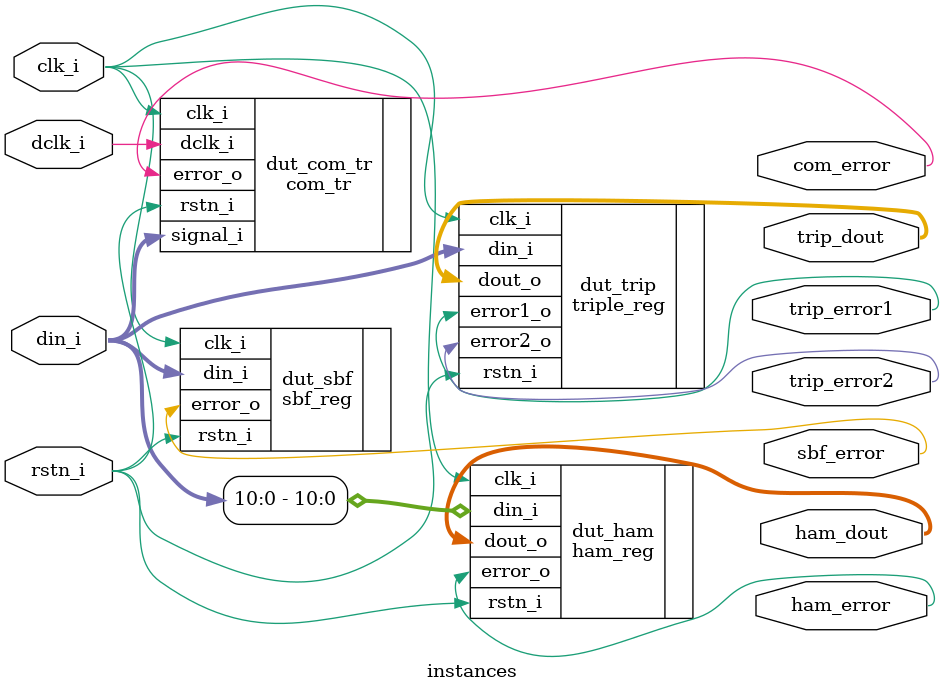
<source format=sv>

`default_nettype none
`timescale 1 ns / 1 ps

`ifndef SYNT
    `ifdef FORMAL 
        `define ASSERTIONS
    `endif
`endif
module instances #
	(
    `ifdef D4
		// Width of sampled signal
		parameter integer IN_WIDTH	= 4
    `elsif D8
		// Width of sampled signal
		parameter integer IN_WIDTH	= 8
    `elsif D11
		// Width of sampled signal
		parameter integer IN_WIDTH	= 11
    `elsif D16
		// Width of sampled signal
		parameter integer IN_WIDTH	= 16
    `elsif D32
		// Width of sampled signal
		parameter integer IN_WIDTH	= 32
    `elsif D64
		// Width of sampled signal
		parameter integer IN_WIDTH	= 64
    `else
		// Width of sampled signal
		parameter integer IN_WIDTH	= 32
    `endif
	)
	(
		// Global Clock Signal
		input wire  clk_i,
		// Delayed Clock Signal
		input wire  dclk_i,
		// Global Reset Signal. This Signal is Active LOW
		input wire  rstn_i,
		// data input
        input wire [IN_WIDTH-1:0] din_i,
        //Output signals from IPs
        output logic com_error,
        output logic [IN_WIDTH-1:0] trip_dout,
        output logic trip_error1,
        output logic trip_error2,
        output logic sbf_error,
        output logic [11-1:0] ham_dout,
        output logic ham_error
        
	);
// Time delayed error detection for COMB - Multiple bits error detection
    com_tr #(
		.IN_WIDTH(IN_WIDTH)
	)dut_com_tr (
		.clk_i(clk_i),
		.dclk_i(dclk_i),
		.rstn_i(rstn_i),
		.signal_i(din_i),
		.error_o(com_error)
	);
// Triplicated register - Multiple bits error detection
    triple_reg#(.IN_WIDTH(IN_WIDTH)
    )dut_trip(
    .clk_i(clk_i),
    .rstn_i(rstn_i),
    .din_i(din_i),
    .dout_o(trip_dout),
    .error1_o(trip_error1),
    .error2_o(trip_error2)
    );
// Parity bit - Single error detection
    sbf_reg#(.IN_WIDTH(IN_WIDTH)
    )dut_sbf(
    .clk_i(clk_i),
    .rstn_i(rstn_i),
    .din_i(din_i),
    .error_o(sbf_error)
	);
// Hamming - SECDEC 
    //TODO: Hamming is not parametrtic
    ham_reg#(.IN_WIDTH(11)
    )dut_ham(
    .clk_i(clk_i),
    .rstn_i(rstn_i),
    .din_i(din_i[10:0]),
    .dout_o(ham_dout),
    .error_o(ham_error)
    );

////////////////////////////////////////////////////////////////////////////////
//
// Formal Verification section begins here.
//
////////////////////////////////////////////////////////////////////////////////
`ifdef	FORMAL
`endif

endmodule

`default_nettype wire //allow compatibility with legacy code and xilinx ip



</source>
